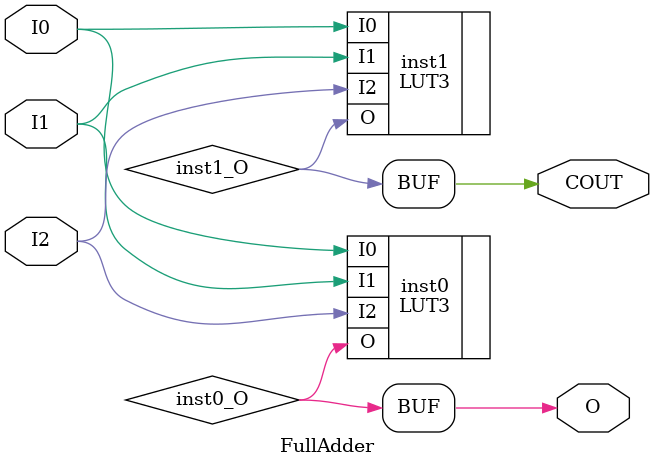
<source format=v>
module FullAdder (input  I0, input  I1, input  I2, output  O, output  COUT);
wire  inst0_O;
wire  inst1_O;
LUT3 #(.INIT(8'h96)) inst0 (.I0(I0), .I1(I1), .I2(I2), .O(inst0_O));
LUT3 #(.INIT(8'hE8)) inst1 (.I0(I0), .I1(I1), .I2(I2), .O(inst1_O));
assign O = inst0_O;
assign COUT = inst1_O;
endmodule


</source>
